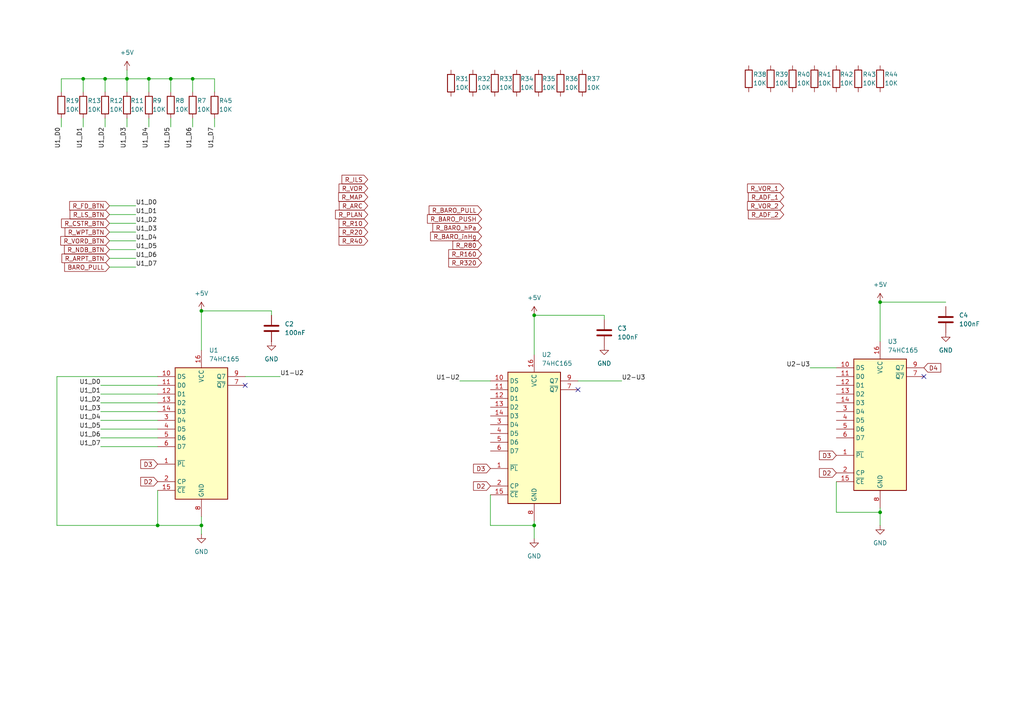
<source format=kicad_sch>
(kicad_sch (version 20231120) (generator "eeschema") (generator_version "8.0")
  (paper "A4")
  (title_block (title "FCU Mainboard schematics") (date "2024-03-05") (rev "1.0"))
  (lib_symbols
    (symbol "74xx:74HC165"
      (property "Reference" "U" (at -7.62 19.05 0))
      (property "Value" "74HC165" (at -7.62 -21.59 0))
      (symbol "74HC165_1_0"
        (pin input line (at -12.7 -10.16 0) (length 5.08) (name "~{PL}") (number "1"))
        (pin input line (at -12.7 15.24 0) (length 5.08) (name "DS") (number "10"))
        (pin input line (at -12.7 12.7 0) (length 5.08) (name "D0") (number "11"))
        (pin input line (at -12.7 10.16 0) (length 5.08) (name "D1") (number "12"))
        (pin input line (at -12.7 7.62 0) (length 5.08) (name "D2") (number "13"))
        (pin input line (at -12.7 5.08 0) (length 5.08) (name "D3") (number "14"))
        (pin input line (at -12.7 -17.78 0) (length 5.08) (name "~{CE}") (number "15"))
        (pin power_in line (at 0 22.86 270) (length 5.08) (name "VCC") (number "16"))
        (pin input line (at -12.7 -15.24 0) (length 5.08) (name "CP") (number "2"))
        (pin input line (at -12.7 2.54 0) (length 5.08) (name "D4") (number "3"))
        (pin input line (at -12.7 0 0) (length 5.08) (name "D5") (number "4"))
        (pin input line (at -12.7 -2.54 0) (length 5.08) (name "D6") (number "5"))
        (pin input line (at -12.7 -5.08 0) (length 5.08) (name "D7") (number "6"))
        (pin output line (at 12.7 12.7 180) (length 5.08) (name "~{Q7}") (number "7"))
        (pin power_in line (at 0 -25.4 90) (length 5.08) (name "GND") (number "8"))
        (pin output line (at 12.7 15.24 180) (length 5.08) (name "Q7") (number "9"))
      )
      (symbol "74HC165_1_1"
        (rectangle (start -7.62 17.78) (end 7.62 -20.32) (stroke (width 0.254)) (fill (type background)))
      )
    )
    (symbol "Device:C" (pin_numbers hide) (pin_names (offset 0.254))
      (property "Reference" "C" (at 0.635 2.54 0))
      (property "Value" "C" (at 0.635 -2.54 0))
      (symbol "C_0_1"
        (polyline (pts (xy -2.032 -0.762) (xy 2.032 -0.762)) (stroke (width 0.508)))
        (polyline (pts (xy -2.032 0.762) (xy 2.032 0.762)) (stroke (width 0.508)))
      )
      (symbol "C_1_1"
        (pin passive line (at 0 3.81 270) (length 2.794) (name "~") (number "1"))
        (pin passive line (at 0 -3.81 90) (length 2.794) (name "~") (number "2"))
      )
    )
    (symbol "Device:R" (pin_numbers hide) (pin_names (offset 0))
      (property "Reference" "R" (at 2.032 0 90))
      (property "Value" "R" (at 0 0 90))
      (symbol "R_0_1"
        (rectangle (start -1.016 -2.54) (end 1.016 2.54) (stroke (width 0.254)))
      )
      (symbol "R_1_1"
        (pin passive line (at 0 3.81 270) (length 1.27) (name "~") (number "1"))
        (pin passive line (at 0 -3.81 90) (length 1.27) (name "~") (number "2"))
      )
    )
    (symbol "power:+5V" (power) (pin_numbers hide) (pin_names (offset 0) hide)
      (property "Value" "+5V" (at 0 3.556 0))
      (symbol "+5V_0_1"
        (polyline (pts (xy -0.762 1.27) (xy 0 2.54)))
        (polyline (pts (xy 0 0) (xy 0 2.54)))
        (polyline (pts (xy 0 2.54) (xy 0.762 1.27)))
      )
      (symbol "+5V_1_1"
        (pin power_in line (at 0 0 90) (length 0) (name "~") (number "1"))
      )
    )
    (symbol "power:GND" (power) (pin_numbers hide) (pin_names (offset 0) hide)
      (property "Value" "GND" (at 0 -3.81 0))
      (symbol "GND_0_1"
        (polyline (pts (xy 0 0) (xy 0 -1.27) (xy 1.27 -1.27) (xy 0 -2.54) (xy -1.27 -1.27) (xy 0 -1.27)))
      )
      (symbol "GND_1_1"
        (pin power_in line (at 0 0 270) (length 0) (name "~") (number "1"))
      )
    )
  )
  (junction (at 30.48 22.86))
  (junction (at 24.13 22.86))
  (junction (at 154.94 152.4))
  (junction (at 43.18 22.86))
  (junction (at 255.27 148.59))
  (junction (at 49.53 22.86))
  (junction (at 55.88 22.86))
  (junction (at 58.42 152.4))
  (junction (at 36.83 22.86))
  (junction (at 154.94 91.44))
  (junction (at 58.42 90.17))
  (junction (at 45.72 152.4))
  (junction (at 255.27 87.63))
  (no_connect (at 267.97 109.22))
  (no_connect (at 71.12 111.76))
  (no_connect (at 167.64 113.03))
  (wire (pts (xy 30.48 22.86) (xy 36.83 22.86)))
  (wire (pts (xy 55.88 36.83) (xy 55.88 34.29)))
  (wire (pts (xy 24.13 26.67) (xy 24.13 22.86)))
  (wire (pts (xy 142.24 143.51) (xy 142.24 152.4)))
  (wire (pts (xy 29.21 119.38) (xy 45.72 119.38)))
  (wire (pts (xy 154.94 91.44) (xy 154.94 102.87)))
  (wire (pts (xy 39.37 72.39) (xy 31.75 72.39)))
  (wire (pts (xy 39.37 67.31) (xy 31.75 67.31)))
  (wire (pts (xy 29.21 114.3) (xy 45.72 114.3)))
  (wire (pts (xy 180.34 110.49) (xy 167.64 110.49)))
  (wire (pts (xy 43.18 22.86) (xy 36.83 22.86)))
  (wire (pts (xy 62.23 26.67) (xy 62.23 22.86)))
  (wire (pts (xy 39.37 74.93) (xy 31.75 74.93)))
  (wire (pts (xy 133.35 110.49) (xy 142.24 110.49)))
  (wire (pts (xy 255.27 87.63) (xy 255.27 99.06)))
  (wire (pts (xy 62.23 22.86) (xy 55.88 22.86)))
  (wire (pts (xy 30.48 36.83) (xy 30.48 34.29)))
  (wire (pts (xy 45.72 109.22) (xy 16.51 109.22)))
  (wire (pts (xy 154.94 91.44) (xy 175.26 91.44)))
  (wire (pts (xy 49.53 36.83) (xy 49.53 34.29)))
  (wire (pts (xy 255.27 148.59) (xy 255.27 147.32)))
  (wire (pts (xy 39.37 64.77) (xy 31.75 64.77)))
  (wire (pts (xy 39.37 77.47) (xy 31.75 77.47)))
  (wire (pts (xy 58.42 90.17) (xy 78.74 90.17)))
  (wire (pts (xy 49.53 22.86) (xy 49.53 26.67)))
  (wire (pts (xy 43.18 36.83) (xy 43.18 34.29)))
  (wire (pts (xy 36.83 22.86) (xy 36.83 26.67)))
  (wire (pts (xy 45.72 152.4) (xy 58.42 152.4)))
  (wire (pts (xy 55.88 22.86) (xy 49.53 22.86)))
  (wire (pts (xy 29.21 121.92) (xy 45.72 121.92)))
  (wire (pts (xy 43.18 22.86) (xy 43.18 26.67)))
  (wire (pts (xy 29.21 129.54) (xy 45.72 129.54)))
  (wire (pts (xy 29.21 116.84) (xy 45.72 116.84)))
  (wire (pts (xy 58.42 149.86) (xy 58.42 152.4)))
  (wire (pts (xy 24.13 36.83) (xy 24.13 34.29)))
  (wire (pts (xy 49.53 22.86) (xy 43.18 22.86)))
  (wire (pts (xy 29.21 124.46) (xy 45.72 124.46)))
  (wire (pts (xy 30.48 26.67) (xy 30.48 22.86)))
  (wire (pts (xy 154.94 152.4) (xy 154.94 151.13)))
  (wire (pts (xy 81.28 109.22) (xy 71.12 109.22)))
  (wire (pts (xy 36.83 22.86) (xy 36.83 20.32)))
  (wire (pts (xy 17.78 26.67) (xy 17.78 22.86)))
  (wire (pts (xy 39.37 62.23) (xy 31.75 62.23)))
  (wire (pts (xy 175.26 91.44) (xy 175.26 92.71)))
  (wire (pts (xy 39.37 59.69) (xy 31.75 59.69)))
  (wire (pts (xy 142.24 152.4) (xy 154.94 152.4)))
  (wire (pts (xy 16.51 109.22) (xy 16.51 152.4)))
  (wire (pts (xy 154.94 156.21) (xy 154.94 152.4)))
  (wire (pts (xy 255.27 87.63) (xy 274.32 87.63)))
  (wire (pts (xy 255.27 152.4) (xy 255.27 148.59)))
  (wire (pts (xy 78.74 90.17) (xy 78.74 91.44)))
  (wire (pts (xy 39.37 69.85) (xy 31.75 69.85)))
  (wire (pts (xy 17.78 36.83) (xy 17.78 34.29)))
  (wire (pts (xy 62.23 36.83) (xy 62.23 34.29)))
  (wire (pts (xy 242.57 148.59) (xy 255.27 148.59)))
  (wire (pts (xy 24.13 22.86) (xy 30.48 22.86)))
  (wire (pts (xy 29.21 127) (xy 45.72 127)))
  (wire (pts (xy 58.42 90.17) (xy 58.42 101.6)))
  (wire (pts (xy 17.78 22.86) (xy 24.13 22.86)))
  (wire (pts (xy 29.21 111.76) (xy 45.72 111.76)))
  (wire (pts (xy 36.83 36.83) (xy 36.83 34.29)))
  (wire (pts (xy 242.57 139.7) (xy 242.57 148.59)))
  (wire (pts (xy 16.51 152.4) (xy 45.72 152.4)))
  (wire (pts (xy 55.88 22.86) (xy 55.88 26.67)))
  (wire (pts (xy 58.42 152.4) (xy 58.42 154.94)))
  (wire (pts (xy 45.72 142.24) (xy 45.72 152.4)))
  (wire (pts (xy 234.95 106.68) (xy 242.57 106.68)))
  (label "U1_D0" (at 17.78 36.83 270))
  (label "U1_D3" (at 39.37 67.31 0))
  (label "U1_D4" (at 39.37 69.85 0))
  (label "U1_D7" (at 62.23 36.83 270))
  (label "U1_D2" (at 30.48 36.83 270))
  (label "U1_D6" (at 39.37 74.93 0))
  (label "U1_D6" (at 55.88 36.83 270))
  (label "U1_D3" (at 36.83 36.83 270))
  (label "U1_D1" (at 39.37 62.23 0))
  (label "U1_D5" (at 39.37 72.39 0))
  (label "U2-U3" (at 234.95 106.68 180))
  (label "U1_D4" (at 29.21 121.92 180))
  (label "U1_D0" (at 29.21 111.76 180))
  (label "U1_D7" (at 29.21 129.54 180))
  (label "U1-U2" (at 81.28 109.22 0))
  (label "U1_D5" (at 29.21 124.46 180))
  (label "U1_D1" (at 24.13 36.83 270))
  (label "U1_D5" (at 49.53 36.83 270))
  (label "U1_D2" (at 29.21 116.84 180))
  (label "U1_D3" (at 29.21 119.38 180))
  (label "U1_D4" (at 43.18 36.83 270))
  (label "U1_D7" (at 39.37 77.47 0))
  (label "U1_D6" (at 29.21 127 180))
  (label "U2-U3" (at 180.34 110.49 0))
  (label "U1_D0" (at 39.37 59.69 0))
  (label "U1_D2" (at 39.37 64.77 0))
  (label "U1_D1" (at 29.21 114.3 180))
  (label "U1-U2" (at 133.35 110.49 180))
  (global_label "R_R320" (shape input) (at 139.7 76.2 180) (property "Intersheetrefs" "${INTERSHEET_REFS}" (effects (hide yes))))
  (global_label "R_WPT_BTN" (shape input) (at 31.75 67.31 180) (property "Intersheetrefs" "${INTERSHEET_REFS}" (effects (hide yes))))
  (global_label "R_LS_BTN" (shape input) (at 31.75 62.23 180) (property "Intersheetrefs" "${INTERSHEET_REFS}" (effects (hide yes))))
  (global_label "R_R40" (shape input) (at 106.68 69.85 180) (property "Intersheetrefs" "${INTERSHEET_REFS}" (effects (hide yes))))
  (global_label "R_ILS" (shape input) (at 106.68 52.07 180) (property "Intersheetrefs" "${INTERSHEET_REFS}" (effects (hide yes))))
  (global_label "D2" (shape input) (at 242.57 137.16 180) (property "Intersheetrefs" "${INTERSHEET_REFS}" (effects (hide yes))))
  (global_label "R_BARO_PUSH" (shape input) (at 139.7 63.5 180) (property "Intersheetrefs" "${INTERSHEET_REFS}" (effects (hide yes))))
  (global_label "D2" (shape input) (at 45.72 139.7 180) (property "Intersheetrefs" "${INTERSHEET_REFS}" (effects (hide yes))))
  (global_label "R_VOR" (shape input) (at 106.68 54.61 180) (property "Intersheetrefs" "${INTERSHEET_REFS}" (effects (hide yes))))
  (global_label "R_VOR_2" (shape input) (at 227.33 59.69 180) (property "Intersheetrefs" "${INTERSHEET_REFS}" (effects (hide yes))))
  (global_label "R_R10" (shape input) (at 106.68 64.77 180) (property "Intersheetrefs" "${INTERSHEET_REFS}" (effects (hide yes))))
  (global_label "R_ARPT_BTN" (shape input) (at 31.75 74.93 180) (property "Intersheetrefs" "${INTERSHEET_REFS}" (effects (hide yes))))
  (global_label "R_R160" (shape input) (at 139.7 73.66 180) (property "Intersheetrefs" "${INTERSHEET_REFS}" (effects (hide yes))))
  (global_label "R_R20" (shape input) (at 106.68 67.31 180) (property "Intersheetrefs" "${INTERSHEET_REFS}" (effects (hide yes))))
  (global_label "D3" (shape input) (at 45.72 134.62 180) (property "Intersheetrefs" "${INTERSHEET_REFS}" (effects (hide yes))))
  (global_label "R_NDB_BTN" (shape input) (at 31.75 72.39 180) (property "Intersheetrefs" "${INTERSHEET_REFS}" (effects (hide yes))))
  (global_label "D4" (shape input) (at 267.97 106.68 0) (property "Intersheetrefs" "${INTERSHEET_REFS}" (effects (hide yes))))
  (global_label "R_ADF_2" (shape input) (at 227.33 62.23 180) (property "Intersheetrefs" "${INTERSHEET_REFS}" (effects (hide yes))))
  (global_label "R_MAP" (shape input) (at 106.68 57.15 180) (property "Intersheetrefs" "${INTERSHEET_REFS}" (effects (hide yes))))
  (global_label "R_VOR_1" (shape input) (at 227.33 54.61 180) (property "Intersheetrefs" "${INTERSHEET_REFS}" (effects (hide yes))))
  (global_label "R_ADF_1" (shape input) (at 227.33 57.15 180) (property "Intersheetrefs" "${INTERSHEET_REFS}" (effects (hide yes))))
  (global_label "D2" (shape input) (at 142.24 140.97 180) (property "Intersheetrefs" "${INTERSHEET_REFS}" (effects (hide yes))))
  (global_label "R_CSTR_BTN" (shape input) (at 31.75 64.77 180) (property "Intersheetrefs" "${INTERSHEET_REFS}" (effects (hide yes))))
  (global_label "R_R80" (shape input) (at 139.7 71.12 180) (property "Intersheetrefs" "${INTERSHEET_REFS}" (effects (hide yes))))
  (global_label "R_BARO_hPa" (shape input) (at 139.7 66.04 180) (property "Intersheetrefs" "${INTERSHEET_REFS}" (effects (hide yes))))
  (global_label "D3" (shape input) (at 142.24 135.89 180) (property "Intersheetrefs" "${INTERSHEET_REFS}" (effects (hide yes))))
  (global_label "R_BARO_PULL" (shape input) (at 139.7 60.96 180) (property "Intersheetrefs" "${INTERSHEET_REFS}" (effects (hide yes))))
  (global_label "R_ARC" (shape input) (at 106.68 59.69 180) (property "Intersheetrefs" "${INTERSHEET_REFS}" (effects (hide yes))))
  (global_label "R_BARO_inHg" (shape input) (at 139.7 68.58 180) (property "Intersheetrefs" "${INTERSHEET_REFS}" (effects (hide yes))))
  (global_label "D3" (shape input) (at 242.57 132.08 180) (property "Intersheetrefs" "${INTERSHEET_REFS}" (effects (hide yes))))
  (global_label "R_VORD_BTN" (shape input) (at 31.75 69.85 180) (property "Intersheetrefs" "${INTERSHEET_REFS}" (effects (hide yes))))
  (global_label "R_FD_BTN" (shape input) (at 31.75 59.69 180) (property "Intersheetrefs" "${INTERSHEET_REFS}" (effects (hide yes))))
  (global_label "R_PLAN" (shape input) (at 106.68 62.23 180) (property "Intersheetrefs" "${INTERSHEET_REFS}" (effects (hide yes))))
  (global_label "BARO_PULL" (shape input) (at 31.75 77.47 180) (property "Intersheetrefs" "${INTERSHEET_REFS}" (effects (hide yes))))
  (symbol (lib_id "power:+5V") (at 154.94 91.44 0) (unit 1)
    (property "Reference" "#PWR033" (effects (hide yes)))
    (property "Value" "+5V" (at 154.94 86.36 0))
    (property "Description" "Power symbol creates a global label with name \"+5V\"" (effects (hide yes)))
  )
  (symbol (lib_id "Device:R") (at 137.16 24.13 0) (unit 1)
    (property "Reference" "R32" (at 138.43 22.86 0) (effects (justify left)))
    (property "Value" "10K" (at 138.43 25.4 0) (effects (justify left)))
    (property "Footprint" "Resistor_SMD:R_1206_3216Metric_Pad1.30x1.75mm_HandSolder" (effects (hide yes)))
    (property "Description" "Resistor" (effects (hide yes)))
  )
  (symbol (lib_id "power:+5V") (at 58.42 90.17 0) (unit 1)
    (property "Reference" "#PWR013" (effects (hide yes)))
    (property "Value" "+5V" (at 58.42 85.09 0))
    (property "Description" "Power symbol creates a global label with name \"+5V\"" (effects (hide yes)))
  )
  (symbol (lib_id "Device:R") (at 17.78 30.48 0) (unit 1)
    (property "Reference" "R19" (at 19.05 29.21 0) (effects (justify left)))
    (property "Value" "10K" (at 19.05 31.75 0) (effects (justify left)))
    (property "Footprint" "Resistor_SMD:R_1206_3216Metric_Pad1.30x1.75mm_HandSolder" (effects (hide yes)))
    (property "Description" "Resistor" (effects (hide yes)))
  )
  (symbol (lib_id "Device:R") (at 162.56 24.13 0) (unit 1)
    (property "Reference" "R36" (at 163.83 22.86 0) (effects (justify left)))
    (property "Value" "10K" (at 163.83 25.4 0) (effects (justify left)))
    (property "Footprint" "Resistor_SMD:R_1206_3216Metric_Pad1.30x1.75mm_HandSolder" (effects (hide yes)))
    (property "Description" "Resistor" (effects (hide yes)))
  )
  (symbol (lib_id "Device:C") (at 175.26 96.52 0) (unit 1)
    (property "Reference" "C3" (at 179.07 95.2499 0) (effects (justify left)))
    (property "Value" "100nF" (at 179.07 97.7899 0) (effects (justify left)))
    (property "Footprint" "Capacitor_SMD:C_1206_3216Metric_Pad1.33x1.80mm_HandSolder" (effects (hide yes)))
    (property "Description" "Unpolarized capacitor" (effects (hide yes)))
  )
  (symbol (lib_id "Device:R") (at 223.52 22.86 0) (unit 1)
    (property "Reference" "R39" (at 224.79 21.59 0) (effects (justify left)))
    (property "Value" "10K" (at 224.79 24.13 0) (effects (justify left)))
    (property "Footprint" "Resistor_SMD:R_1206_3216Metric_Pad1.30x1.75mm_HandSolder" (effects (hide yes)))
    (property "Description" "Resistor" (effects (hide yes)))
  )
  (symbol (lib_id "power:GND") (at 255.27 152.4 0) (unit 1)
    (property "Reference" "#PWR052" (effects (hide yes)))
    (property "Value" "GND" (at 255.27 157.48 0))
    (property "Description" "Power symbol creates a global label with name \"GND\" , ground" (effects (hide yes)))
  )
  (symbol (lib_id "74xx:74HC165") (at 255.27 121.92 0) (unit 1)
    (property "Reference" "U3" (at 257.4641 99.06 0) (effects (justify left)))
    (property "Value" "74HC165" (at 257.4641 101.6 0) (effects (justify left)))
    (property "Footprint" "Package_SO:SSOP-16_5.3x6.2mm_P0.65mm" (effects (hide yes)))
    (property "Datasheet" "https://assets.nexperia.com/documents/data-sheet/74HC_HCT165.pdf" (effects (hide yes)))
    (property "Description" "Shift Register, 8-bit, Parallel Load" (effects (hide yes)))
  )
  (symbol (lib_id "Device:C") (at 78.74 95.25 0) (unit 1)
    (property "Reference" "C2" (at 82.55 93.9799 0) (effects (justify left)))
    (property "Value" "100nF" (at 82.55 96.5199 0) (effects (justify left)))
    (property "Footprint" "Capacitor_SMD:C_1206_3216Metric_Pad1.33x1.80mm_HandSolder" (effects (hide yes)))
    (property "Description" "Unpolarized capacitor" (effects (hide yes)))
  )
  (symbol (lib_id "power:+5V") (at 255.27 87.63 0) (unit 1)
    (property "Reference" "#PWR049" (effects (hide yes)))
    (property "Value" "+5V" (at 255.27 82.55 0))
    (property "Description" "Power symbol creates a global label with name \"+5V\"" (effects (hide yes)))
  )
  (symbol (lib_id "power:GND") (at 58.42 154.94 0) (unit 1)
    (property "Reference" "#PWR021" (effects (hide yes)))
    (property "Value" "GND" (at 58.42 160.02 0))
    (property "Description" "Power symbol creates a global label with name \"GND\" , ground" (effects (hide yes)))
  )
  (symbol (lib_id "Device:R") (at 143.51 24.13 0) (unit 1)
    (property "Reference" "R33" (at 144.78 22.86 0) (effects (justify left)))
    (property "Value" "10K" (at 144.78 25.4 0) (effects (justify left)))
    (property "Footprint" "Resistor_SMD:R_1206_3216Metric_Pad1.30x1.75mm_HandSolder" (effects (hide yes)))
    (property "Description" "Resistor" (effects (hide yes)))
  )
  (symbol (lib_id "Device:R") (at 36.83 30.48 0) (unit 1)
    (property "Reference" "R11" (at 37.846 29.21 0) (effects (justify left)))
    (property "Value" "10K" (at 37.846 31.75 0) (effects (justify left)))
    (property "Footprint" "Resistor_SMD:R_1206_3216Metric_Pad1.30x1.75mm_HandSolder" (effects (hide yes)))
    (property "Description" "Resistor" (effects (hide yes)))
  )
  (symbol (lib_id "Device:R") (at 156.21 24.13 0) (unit 1)
    (property "Reference" "R35" (at 157.226 22.86 0) (effects (justify left)))
    (property "Value" "10K" (at 157.226 25.4 0) (effects (justify left)))
    (property "Footprint" "Resistor_SMD:R_1206_3216Metric_Pad1.30x1.75mm_HandSolder" (effects (hide yes)))
    (property "Description" "Resistor" (effects (hide yes)))
  )
  (symbol (lib_id "Device:R") (at 229.87 22.86 0) (unit 1)
    (property "Reference" "R40" (at 231.14 21.59 0) (effects (justify left)))
    (property "Value" "10K" (at 231.14 24.13 0) (effects (justify left)))
    (property "Footprint" "Resistor_SMD:R_1206_3216Metric_Pad1.30x1.75mm_HandSolder" (effects (hide yes)))
    (property "Description" "Resistor" (effects (hide yes)))
  )
  (symbol (lib_id "Device:R") (at 255.27 22.86 0) (unit 1)
    (property "Reference" "R44" (at 256.54 21.59 0) (effects (justify left)))
    (property "Value" "10K" (at 256.54 24.13 0) (effects (justify left)))
    (property "Footprint" "Resistor_SMD:R_1206_3216Metric_Pad1.30x1.75mm_HandSolder" (effects (hide yes)))
    (property "Description" "Resistor" (effects (hide yes)))
  )
  (symbol (lib_id "Device:R") (at 242.57 22.86 0) (unit 1)
    (property "Reference" "R42" (at 243.586 21.59 0) (effects (justify left)))
    (property "Value" "10K" (at 243.586 24.13 0) (effects (justify left)))
    (property "Footprint" "Resistor_SMD:R_1206_3216Metric_Pad1.30x1.75mm_HandSolder" (effects (hide yes)))
    (property "Description" "Resistor" (effects (hide yes)))
  )
  (symbol (lib_id "Device:R") (at 236.22 22.86 0) (unit 1)
    (property "Reference" "R41" (at 237.236 21.59 0) (effects (justify left)))
    (property "Value" "10K" (at 237.236 24.13 0) (effects (justify left)))
    (property "Footprint" "Resistor_SMD:R_1206_3216Metric_Pad1.30x1.75mm_HandSolder" (effects (hide yes)))
    (property "Description" "Resistor" (effects (hide yes)))
  )
  (symbol (lib_id "Device:R") (at 248.92 22.86 0) (unit 1)
    (property "Reference" "R43" (at 250.19 21.59 0) (effects (justify left)))
    (property "Value" "10K" (at 250.19 24.13 0) (effects (justify left)))
    (property "Footprint" "Resistor_SMD:R_1206_3216Metric_Pad1.30x1.75mm_HandSolder" (effects (hide yes)))
    (property "Description" "Resistor" (effects (hide yes)))
  )
  (symbol (lib_id "power:GND") (at 274.32 96.52 0) (unit 1)
    (property "Reference" "#PWR053" (effects (hide yes)))
    (property "Value" "GND" (at 274.32 101.6 0))
    (property "Description" "Power symbol creates a global label with name \"GND\" , ground" (effects (hide yes)))
  )
  (symbol (lib_id "Device:R") (at 217.17 22.86 0) (unit 1)
    (property "Reference" "R38" (at 218.44 21.59 0) (effects (justify left)))
    (property "Value" "10K" (at 218.44 24.13 0) (effects (justify left)))
    (property "Footprint" "Resistor_SMD:R_1206_3216Metric_Pad1.30x1.75mm_HandSolder" (effects (hide yes)))
    (property "Description" "Resistor" (effects (hide yes)))
  )
  (symbol (lib_id "power:GND") (at 175.26 100.33 0) (unit 1)
    (property "Reference" "#PWR048" (effects (hide yes)))
    (property "Value" "GND" (at 175.26 105.41 0))
    (property "Description" "Power symbol creates a global label with name \"GND\" , ground" (effects (hide yes)))
  )
  (symbol (lib_id "Device:R") (at 24.13 30.48 0) (unit 1)
    (property "Reference" "R13" (at 25.4 29.21 0) (effects (justify left)))
    (property "Value" "10K" (at 25.4 31.75 0) (effects (justify left)))
    (property "Footprint" "Resistor_SMD:R_1206_3216Metric_Pad1.30x1.75mm_HandSolder" (effects (hide yes)))
    (property "Description" "Resistor" (effects (hide yes)))
  )
  (symbol (lib_id "74xx:74HC165") (at 58.42 124.46 0) (unit 1)
    (property "Reference" "U1" (at 60.6141 101.6 0) (effects (justify left)))
    (property "Value" "74HC165" (at 60.6141 104.14 0) (effects (justify left)))
    (property "Footprint" "Package_SO:SSOP-16_5.3x6.2mm_P0.65mm" (effects (hide yes)))
    (property "Datasheet" "https://assets.nexperia.com/documents/data-sheet/74HC_HCT165.pdf" (effects (hide yes)))
    (property "Description" "Shift Register, 8-bit, Parallel Load" (effects (hide yes)))
  )
  (symbol (lib_id "Device:R") (at 55.88 30.48 0) (unit 1)
    (property "Reference" "R7" (at 57.15 29.21 0) (effects (justify left)))
    (property "Value" "10K" (at 57.15 31.75 0) (effects (justify left)))
    (property "Footprint" "Resistor_SMD:R_1206_3216Metric_Pad1.30x1.75mm_HandSolder" (effects (hide yes)))
    (property "Description" "Resistor" (effects (hide yes)))
  )
  (symbol (lib_id "power:GND") (at 154.94 156.21 0) (unit 1)
    (property "Reference" "#PWR047" (effects (hide yes)))
    (property "Value" "GND" (at 154.94 161.29 0))
    (property "Description" "Power symbol creates a global label with name \"GND\" , ground" (effects (hide yes)))
  )
  (symbol (lib_id "Device:R") (at 149.86 24.13 0) (unit 1)
    (property "Reference" "R34" (at 150.876 22.86 0) (effects (justify left)))
    (property "Value" "10K" (at 150.876 25.4 0) (effects (justify left)))
    (property "Footprint" "Resistor_SMD:R_1206_3216Metric_Pad1.30x1.75mm_HandSolder" (effects (hide yes)))
    (property "Description" "Resistor" (effects (hide yes)))
  )
  (symbol (lib_id "Device:R") (at 43.18 30.48 0) (unit 1)
    (property "Reference" "R9" (at 44.196 29.21 0) (effects (justify left)))
    (property "Value" "10K" (at 44.196 31.75 0) (effects (justify left)))
    (property "Footprint" "Resistor_SMD:R_1206_3216Metric_Pad1.30x1.75mm_HandSolder" (effects (hide yes)))
    (property "Description" "Resistor" (effects (hide yes)))
  )
  (symbol (lib_id "Device:R") (at 168.91 24.13 0) (unit 1)
    (property "Reference" "R37" (at 170.18 22.86 0) (effects (justify left)))
    (property "Value" "10K" (at 170.18 25.4 0) (effects (justify left)))
    (property "Footprint" "Resistor_SMD:R_1206_3216Metric_Pad1.30x1.75mm_HandSolder" (effects (hide yes)))
    (property "Description" "Resistor" (effects (hide yes)))
  )
  (symbol (lib_id "Device:R") (at 62.23 30.48 0) (unit 1)
    (property "Reference" "R45" (at 63.5 29.21 0) (effects (justify left)))
    (property "Value" "10K" (at 63.5 31.75 0) (effects (justify left)))
    (property "Footprint" "Resistor_SMD:R_1206_3216Metric_Pad1.30x1.75mm_HandSolder" (effects (hide yes)))
    (property "Description" "Resistor" (effects (hide yes)))
  )
  (symbol (lib_id "74xx:74HC165") (at 154.94 125.73 0) (unit 1)
    (property "Reference" "U2" (at 157.1341 102.87 0) (effects (justify left)))
    (property "Value" "74HC165" (at 157.1341 105.41 0) (effects (justify left)))
    (property "Footprint" "Package_SO:SSOP-16_5.3x6.2mm_P0.65mm" (effects (hide yes)))
    (property "Datasheet" "https://assets.nexperia.com/documents/data-sheet/74HC_HCT165.pdf" (effects (hide yes)))
    (property "Description" "Shift Register, 8-bit, Parallel Load" (effects (hide yes)))
  )
  (symbol (lib_id "Device:R") (at 130.81 24.13 0) (unit 1)
    (property "Reference" "R31" (at 132.08 22.86 0) (effects (justify left)))
    (property "Value" "10K" (at 132.08 25.4 0) (effects (justify left)))
    (property "Footprint" "Resistor_SMD:R_1206_3216Metric_Pad1.30x1.75mm_HandSolder" (effects (hide yes)))
    (property "Description" "Resistor" (effects (hide yes)))
  )
  (symbol (lib_id "power:+5V") (at 36.83 20.32 0) (unit 1)
    (property "Reference" "#PWR054" (effects (hide yes)))
    (property "Value" "+5V" (at 36.83 15.24 0))
    (property "Description" "Power symbol creates a global label with name \"+5V\"" (effects (hide yes)))
  )
  (symbol (lib_id "Device:R") (at 30.48 30.48 0) (unit 1)
    (property "Reference" "R12" (at 31.75 29.21 0) (effects (justify left)))
    (property "Value" "10K" (at 31.75 31.75 0) (effects (justify left)))
    (property "Footprint" "Resistor_SMD:R_1206_3216Metric_Pad1.30x1.75mm_HandSolder" (effects (hide yes)))
    (property "Description" "Resistor" (effects (hide yes)))
  )
  (symbol (lib_id "Device:C") (at 274.32 92.71 0) (unit 1)
    (property "Reference" "C4" (at 278.13 91.4399 0) (effects (justify left)))
    (property "Value" "100nF" (at 278.13 93.9799 0) (effects (justify left)))
    (property "Footprint" "Capacitor_SMD:C_1206_3216Metric_Pad1.33x1.80mm_HandSolder" (effects (hide yes)))
    (property "Description" "Unpolarized capacitor" (effects (hide yes)))
  )
  (symbol (lib_id "power:GND") (at 78.74 99.06 0) (unit 1)
    (property "Reference" "#PWR031" (effects (hide yes)))
    (property "Value" "GND" (at 78.74 104.14 0))
    (property "Description" "Power symbol creates a global label with name \"GND\" , ground" (effects (hide yes)))
  )
  (symbol (lib_id "Device:R") (at 49.53 30.48 0) (unit 1)
    (property "Reference" "R8" (at 50.8 29.21 0) (effects (justify left)))
    (property "Value" "10K" (at 50.8 31.75 0) (effects (justify left)))
    (property "Footprint" "Resistor_SMD:R_1206_3216Metric_Pad1.30x1.75mm_HandSolder" (effects (hide yes)))
    (property "Description" "Resistor" (effects (hide yes)))
  )
)
</source>
